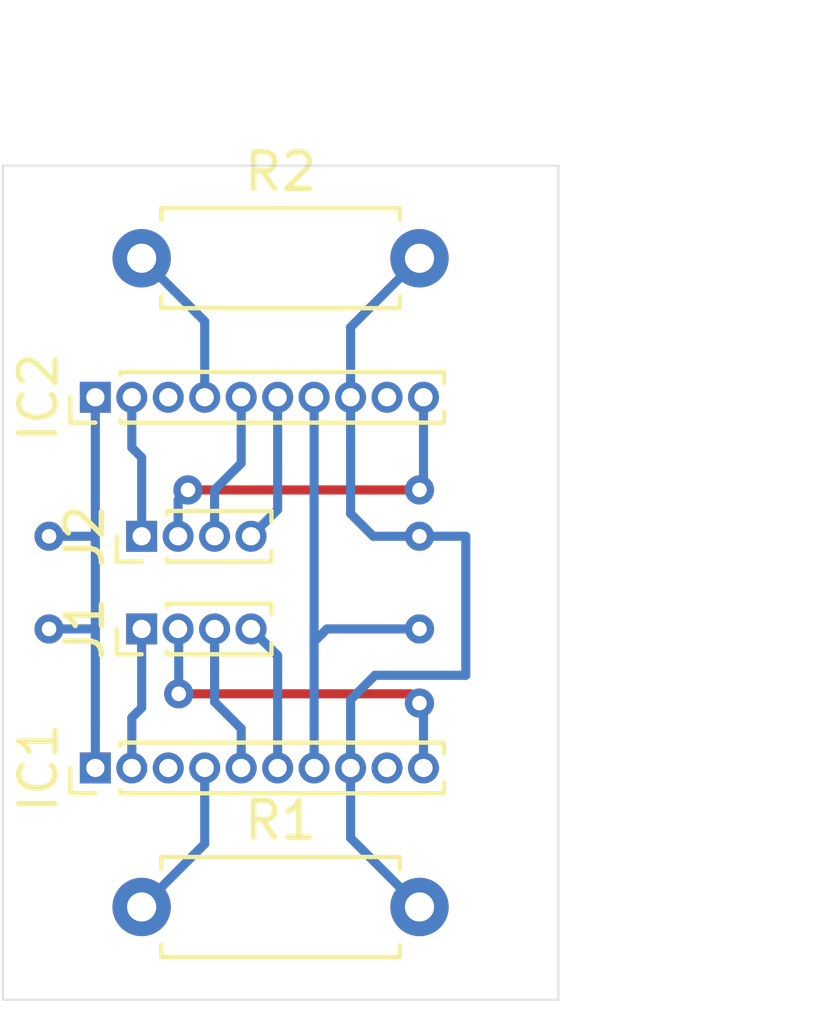
<source format=kicad_pcb>
(kicad_pcb (version 20171130) (host pcbnew "(5.1.4)-1")

  (general
    (thickness 1.6)
    (drawings 6)
    (tracks 66)
    (zones 0)
    (modules 6)
    (nets 17)
  )

  (page A4)
  (layers
    (0 F.Cu signal)
    (31 B.Cu signal)
    (32 B.Adhes user)
    (33 F.Adhes user)
    (34 B.Paste user)
    (35 F.Paste user)
    (36 B.SilkS user)
    (37 F.SilkS user)
    (38 B.Mask user)
    (39 F.Mask user)
    (40 Dwgs.User user)
    (41 Cmts.User user)
    (42 Eco1.User user)
    (43 Eco2.User user)
    (44 Edge.Cuts user)
    (45 Margin user)
    (46 B.CrtYd user)
    (47 F.CrtYd user)
    (48 B.Fab user)
    (49 F.Fab user)
  )

  (setup
    (last_trace_width 0.25)
    (user_trace_width 1.27)
    (trace_clearance 0.2)
    (zone_clearance 0.508)
    (zone_45_only no)
    (trace_min 0.2)
    (via_size 0.8)
    (via_drill 0.4)
    (via_min_size 0.4)
    (via_min_drill 0.3)
    (uvia_size 0.3)
    (uvia_drill 0.1)
    (uvias_allowed no)
    (uvia_min_size 0.2)
    (uvia_min_drill 0.1)
    (edge_width 0.05)
    (segment_width 0.2)
    (pcb_text_width 0.3)
    (pcb_text_size 1.5 1.5)
    (mod_edge_width 0.12)
    (mod_text_size 1 1)
    (mod_text_width 0.15)
    (pad_size 1.524 1.524)
    (pad_drill 0.762)
    (pad_to_mask_clearance 0.051)
    (solder_mask_min_width 0.25)
    (aux_axis_origin 0 0)
    (visible_elements 7FFFFFFF)
    (pcbplotparams
      (layerselection 0x010f0_ffffffff)
      (usegerberextensions false)
      (usegerberattributes false)
      (usegerberadvancedattributes false)
      (creategerberjobfile false)
      (excludeedgelayer true)
      (linewidth 0.100000)
      (plotframeref false)
      (viasonmask false)
      (mode 1)
      (useauxorigin false)
      (hpglpennumber 1)
      (hpglpenspeed 20)
      (hpglpendiameter 15.000000)
      (psnegative false)
      (psa4output false)
      (plotreference true)
      (plotvalue true)
      (plotinvisibletext false)
      (padsonsilk false)
      (subtractmaskfromsilk false)
      (outputformat 1)
      (mirror false)
      (drillshape 0)
      (scaleselection 1)
      (outputdirectory "PCB1107/"))
  )

  (net 0 "")
  (net 1 GND)
  (net 2 "Net-(IC1-Pad2)")
  (net 3 "Net-(IC1-Pad3)")
  (net 4 "Net-(IC1-Pad4)")
  (net 5 "Net-(IC1-Pad6)")
  (net 6 +3V3)
  (net 7 +5V)
  (net 8 "Net-(IC1-Pad9)")
  (net 9 "Net-(IC1-Pad10)")
  (net 10 "Net-(IC2-Pad10)")
  (net 11 "Net-(IC2-Pad9)")
  (net 12 "Net-(IC2-Pad6)")
  (net 13 "Net-(IC2-Pad5)")
  (net 14 "Net-(IC2-Pad4)")
  (net 15 "Net-(IC2-Pad3)")
  (net 16 "Net-(IC2-Pad2)")

  (net_class Default "これはデフォルトのネット クラスです。"
    (clearance 0.2)
    (trace_width 0.25)
    (via_dia 0.8)
    (via_drill 0.4)
    (uvia_dia 0.3)
    (uvia_drill 0.1)
    (add_net +3V3)
    (add_net +5V)
    (add_net GND)
    (add_net "Net-(IC1-Pad10)")
    (add_net "Net-(IC1-Pad2)")
    (add_net "Net-(IC1-Pad3)")
    (add_net "Net-(IC1-Pad4)")
    (add_net "Net-(IC1-Pad6)")
    (add_net "Net-(IC1-Pad9)")
    (add_net "Net-(IC2-Pad10)")
    (add_net "Net-(IC2-Pad2)")
    (add_net "Net-(IC2-Pad3)")
    (add_net "Net-(IC2-Pad4)")
    (add_net "Net-(IC2-Pad5)")
    (add_net "Net-(IC2-Pad6)")
    (add_net "Net-(IC2-Pad9)")
  )

  (module Connector_PinHeader_1.00mm:PinHeader_1x10_P1.00mm_Vertical (layer F.Cu) (tedit 59FED738) (tstamp 5DC1D8E7)
    (at 86.36 82.55 90)
    (descr "Through hole straight pin header, 1x10, 1.00mm pitch, single row")
    (tags "Through hole pin header THT 1x10 1.00mm single row")
    (path /5DC14FC4)
    (fp_text reference IC1 (at 0 -1.56 90) (layer F.SilkS)
      (effects (font (size 1 1) (thickness 0.15)))
    )
    (fp_text value "TA7291P(O)" (at 0 10.56 90) (layer F.Fab)
      (effects (font (size 1 1) (thickness 0.15)))
    )
    (fp_line (start -0.3175 -0.5) (end 0.635 -0.5) (layer F.Fab) (width 0.1))
    (fp_line (start 0.635 -0.5) (end 0.635 9.5) (layer F.Fab) (width 0.1))
    (fp_line (start 0.635 9.5) (end -0.635 9.5) (layer F.Fab) (width 0.1))
    (fp_line (start -0.635 9.5) (end -0.635 -0.1825) (layer F.Fab) (width 0.1))
    (fp_line (start -0.635 -0.1825) (end -0.3175 -0.5) (layer F.Fab) (width 0.1))
    (fp_line (start -0.695 9.56) (end -0.394493 9.56) (layer F.SilkS) (width 0.12))
    (fp_line (start 0.394493 9.56) (end 0.695 9.56) (layer F.SilkS) (width 0.12))
    (fp_line (start -0.695 0.685) (end -0.695 9.56) (layer F.SilkS) (width 0.12))
    (fp_line (start 0.695 0.685) (end 0.695 9.56) (layer F.SilkS) (width 0.12))
    (fp_line (start -0.695 0.685) (end -0.608276 0.685) (layer F.SilkS) (width 0.12))
    (fp_line (start 0.608276 0.685) (end 0.695 0.685) (layer F.SilkS) (width 0.12))
    (fp_line (start -0.695 0) (end -0.695 -0.685) (layer F.SilkS) (width 0.12))
    (fp_line (start -0.695 -0.685) (end 0 -0.685) (layer F.SilkS) (width 0.12))
    (fp_line (start -1.15 -1) (end -1.15 10) (layer F.CrtYd) (width 0.05))
    (fp_line (start -1.15 10) (end 1.15 10) (layer F.CrtYd) (width 0.05))
    (fp_line (start 1.15 10) (end 1.15 -1) (layer F.CrtYd) (width 0.05))
    (fp_line (start 1.15 -1) (end -1.15 -1) (layer F.CrtYd) (width 0.05))
    (fp_text user %R (at 0 4.5) (layer F.Fab)
      (effects (font (size 0.76 0.76) (thickness 0.114)))
    )
    (pad 1 thru_hole rect (at 0 0 90) (size 0.85 0.85) (drill 0.5) (layers *.Cu *.Mask)
      (net 1 GND))
    (pad 2 thru_hole oval (at 0 1 90) (size 0.85 0.85) (drill 0.5) (layers *.Cu *.Mask)
      (net 2 "Net-(IC1-Pad2)"))
    (pad 3 thru_hole oval (at 0 2 90) (size 0.85 0.85) (drill 0.5) (layers *.Cu *.Mask)
      (net 3 "Net-(IC1-Pad3)"))
    (pad 4 thru_hole oval (at 0 3 90) (size 0.85 0.85) (drill 0.5) (layers *.Cu *.Mask)
      (net 4 "Net-(IC1-Pad4)"))
    (pad 5 thru_hole oval (at 0 4 90) (size 0.85 0.85) (drill 0.5) (layers *.Cu *.Mask)
      (net 9 "Net-(IC1-Pad10)"))
    (pad 6 thru_hole oval (at 0 5 90) (size 0.85 0.85) (drill 0.5) (layers *.Cu *.Mask)
      (net 5 "Net-(IC1-Pad6)"))
    (pad 7 thru_hole oval (at 0 6 90) (size 0.85 0.85) (drill 0.5) (layers *.Cu *.Mask)
      (net 6 +3V3))
    (pad 8 thru_hole oval (at 0 7 90) (size 0.85 0.85) (drill 0.5) (layers *.Cu *.Mask)
      (net 7 +5V))
    (pad 9 thru_hole oval (at 0 8 90) (size 0.85 0.85) (drill 0.5) (layers *.Cu *.Mask)
      (net 8 "Net-(IC1-Pad9)"))
    (pad 10 thru_hole oval (at 0 9 90) (size 0.85 0.85) (drill 0.5) (layers *.Cu *.Mask)
      (net 9 "Net-(IC1-Pad10)"))
    (model ${KISYS3DMOD}/Connector_PinHeader_1.00mm.3dshapes/PinHeader_1x10_P1.00mm_Vertical.wrl
      (at (xyz 0 0 0))
      (scale (xyz 1 1 1))
      (rotate (xyz 0 0 0))
    )
  )

  (module Connector_PinHeader_1.00mm:PinHeader_1x10_P1.00mm_Vertical (layer F.Cu) (tedit 59FED738) (tstamp 5DC1DA13)
    (at 86.36 72.39 90)
    (descr "Through hole straight pin header, 1x10, 1.00mm pitch, single row")
    (tags "Through hole pin header THT 1x10 1.00mm single row")
    (path /5DC17B93)
    (fp_text reference IC2 (at 0 -1.56 90) (layer F.SilkS)
      (effects (font (size 1 1) (thickness 0.15)))
    )
    (fp_text value "TA7291P(O)" (at 0 10.56 90) (layer F.Fab)
      (effects (font (size 1 1) (thickness 0.15)))
    )
    (fp_text user %R (at 0 4.5) (layer F.Fab)
      (effects (font (size 0.76 0.76) (thickness 0.114)))
    )
    (fp_line (start 1.15 -1) (end -1.15 -1) (layer F.CrtYd) (width 0.05))
    (fp_line (start 1.15 10) (end 1.15 -1) (layer F.CrtYd) (width 0.05))
    (fp_line (start -1.15 10) (end 1.15 10) (layer F.CrtYd) (width 0.05))
    (fp_line (start -1.15 -1) (end -1.15 10) (layer F.CrtYd) (width 0.05))
    (fp_line (start -0.695 -0.685) (end 0 -0.685) (layer F.SilkS) (width 0.12))
    (fp_line (start -0.695 0) (end -0.695 -0.685) (layer F.SilkS) (width 0.12))
    (fp_line (start 0.608276 0.685) (end 0.695 0.685) (layer F.SilkS) (width 0.12))
    (fp_line (start -0.695 0.685) (end -0.608276 0.685) (layer F.SilkS) (width 0.12))
    (fp_line (start 0.695 0.685) (end 0.695 9.56) (layer F.SilkS) (width 0.12))
    (fp_line (start -0.695 0.685) (end -0.695 9.56) (layer F.SilkS) (width 0.12))
    (fp_line (start 0.394493 9.56) (end 0.695 9.56) (layer F.SilkS) (width 0.12))
    (fp_line (start -0.695 9.56) (end -0.394493 9.56) (layer F.SilkS) (width 0.12))
    (fp_line (start -0.635 -0.1825) (end -0.3175 -0.5) (layer F.Fab) (width 0.1))
    (fp_line (start -0.635 9.5) (end -0.635 -0.1825) (layer F.Fab) (width 0.1))
    (fp_line (start 0.635 9.5) (end -0.635 9.5) (layer F.Fab) (width 0.1))
    (fp_line (start 0.635 -0.5) (end 0.635 9.5) (layer F.Fab) (width 0.1))
    (fp_line (start -0.3175 -0.5) (end 0.635 -0.5) (layer F.Fab) (width 0.1))
    (pad 10 thru_hole oval (at 0 9 90) (size 0.85 0.85) (drill 0.5) (layers *.Cu *.Mask)
      (net 10 "Net-(IC2-Pad10)"))
    (pad 9 thru_hole oval (at 0 8 90) (size 0.85 0.85) (drill 0.5) (layers *.Cu *.Mask)
      (net 11 "Net-(IC2-Pad9)"))
    (pad 8 thru_hole oval (at 0 7 90) (size 0.85 0.85) (drill 0.5) (layers *.Cu *.Mask)
      (net 7 +5V))
    (pad 7 thru_hole oval (at 0 6 90) (size 0.85 0.85) (drill 0.5) (layers *.Cu *.Mask)
      (net 6 +3V3))
    (pad 6 thru_hole oval (at 0 5 90) (size 0.85 0.85) (drill 0.5) (layers *.Cu *.Mask)
      (net 12 "Net-(IC2-Pad6)"))
    (pad 5 thru_hole oval (at 0 4 90) (size 0.85 0.85) (drill 0.5) (layers *.Cu *.Mask)
      (net 13 "Net-(IC2-Pad5)"))
    (pad 4 thru_hole oval (at 0 3 90) (size 0.85 0.85) (drill 0.5) (layers *.Cu *.Mask)
      (net 14 "Net-(IC2-Pad4)"))
    (pad 3 thru_hole oval (at 0 2 90) (size 0.85 0.85) (drill 0.5) (layers *.Cu *.Mask)
      (net 15 "Net-(IC2-Pad3)"))
    (pad 2 thru_hole oval (at 0 1 90) (size 0.85 0.85) (drill 0.5) (layers *.Cu *.Mask)
      (net 16 "Net-(IC2-Pad2)"))
    (pad 1 thru_hole rect (at 0 0 90) (size 0.85 0.85) (drill 0.5) (layers *.Cu *.Mask)
      (net 1 GND))
    (model ${KISYS3DMOD}/Connector_PinHeader_1.00mm.3dshapes/PinHeader_1x10_P1.00mm_Vertical.wrl
      (at (xyz 0 0 0))
      (scale (xyz 1 1 1))
      (rotate (xyz 0 0 0))
    )
  )

  (module Connector_PinHeader_1.00mm:PinHeader_1x04_P1.00mm_Vertical (layer F.Cu) (tedit 59FED738) (tstamp 5DC1D980)
    (at 87.63 78.74 90)
    (descr "Through hole straight pin header, 1x04, 1.00mm pitch, single row")
    (tags "Through hole pin header THT 1x04 1.00mm single row")
    (path /5DC1E60A)
    (fp_text reference J1 (at 0 -1.56 90) (layer F.SilkS)
      (effects (font (size 1 1) (thickness 0.15)))
    )
    (fp_text value Conn_01x04_Female (at 0 4.56 90) (layer F.Fab)
      (effects (font (size 1 1) (thickness 0.15)))
    )
    (fp_line (start -0.3175 -0.5) (end 0.635 -0.5) (layer F.Fab) (width 0.1))
    (fp_line (start 0.635 -0.5) (end 0.635 3.5) (layer F.Fab) (width 0.1))
    (fp_line (start 0.635 3.5) (end -0.635 3.5) (layer F.Fab) (width 0.1))
    (fp_line (start -0.635 3.5) (end -0.635 -0.1825) (layer F.Fab) (width 0.1))
    (fp_line (start -0.635 -0.1825) (end -0.3175 -0.5) (layer F.Fab) (width 0.1))
    (fp_line (start -0.695 3.56) (end -0.394493 3.56) (layer F.SilkS) (width 0.12))
    (fp_line (start 0.394493 3.56) (end 0.695 3.56) (layer F.SilkS) (width 0.12))
    (fp_line (start -0.695 0.685) (end -0.695 3.56) (layer F.SilkS) (width 0.12))
    (fp_line (start 0.695 0.685) (end 0.695 3.56) (layer F.SilkS) (width 0.12))
    (fp_line (start -0.695 0.685) (end -0.608276 0.685) (layer F.SilkS) (width 0.12))
    (fp_line (start 0.608276 0.685) (end 0.695 0.685) (layer F.SilkS) (width 0.12))
    (fp_line (start -0.695 0) (end -0.695 -0.685) (layer F.SilkS) (width 0.12))
    (fp_line (start -0.695 -0.685) (end 0 -0.685) (layer F.SilkS) (width 0.12))
    (fp_line (start -1.15 -1) (end -1.15 4) (layer F.CrtYd) (width 0.05))
    (fp_line (start -1.15 4) (end 1.15 4) (layer F.CrtYd) (width 0.05))
    (fp_line (start 1.15 4) (end 1.15 -1) (layer F.CrtYd) (width 0.05))
    (fp_line (start 1.15 -1) (end -1.15 -1) (layer F.CrtYd) (width 0.05))
    (fp_text user %R (at 0 1.5) (layer F.Fab)
      (effects (font (size 0.76 0.76) (thickness 0.114)))
    )
    (pad 1 thru_hole rect (at 0 0 90) (size 0.85 0.85) (drill 0.5) (layers *.Cu *.Mask)
      (net 2 "Net-(IC1-Pad2)"))
    (pad 2 thru_hole oval (at 0 1 90) (size 0.85 0.85) (drill 0.5) (layers *.Cu *.Mask)
      (net 9 "Net-(IC1-Pad10)"))
    (pad 3 thru_hole oval (at 0 2 90) (size 0.85 0.85) (drill 0.5) (layers *.Cu *.Mask)
      (net 9 "Net-(IC1-Pad10)"))
    (pad 4 thru_hole oval (at 0 3 90) (size 0.85 0.85) (drill 0.5) (layers *.Cu *.Mask)
      (net 5 "Net-(IC1-Pad6)"))
    (model ${KISYS3DMOD}/Connector_PinHeader_1.00mm.3dshapes/PinHeader_1x04_P1.00mm_Vertical.wrl
      (at (xyz 0 0 0))
      (scale (xyz 1 1 1))
      (rotate (xyz 0 0 0))
    )
  )

  (module Connector_PinHeader_1.00mm:PinHeader_1x04_P1.00mm_Vertical (layer F.Cu) (tedit 59FED738) (tstamp 5DC1D896)
    (at 87.63 76.2 90)
    (descr "Through hole straight pin header, 1x04, 1.00mm pitch, single row")
    (tags "Through hole pin header THT 1x04 1.00mm single row")
    (path /5DC1F7E3)
    (fp_text reference J2 (at 0 -1.56 90) (layer F.SilkS)
      (effects (font (size 1 1) (thickness 0.15)))
    )
    (fp_text value Conn_01x04_Female (at 0 4.56 90) (layer F.Fab)
      (effects (font (size 1 1) (thickness 0.15)))
    )
    (fp_text user %R (at 0 1.5) (layer F.Fab)
      (effects (font (size 0.76 0.76) (thickness 0.114)))
    )
    (fp_line (start 1.15 -1) (end -1.15 -1) (layer F.CrtYd) (width 0.05))
    (fp_line (start 1.15 4) (end 1.15 -1) (layer F.CrtYd) (width 0.05))
    (fp_line (start -1.15 4) (end 1.15 4) (layer F.CrtYd) (width 0.05))
    (fp_line (start -1.15 -1) (end -1.15 4) (layer F.CrtYd) (width 0.05))
    (fp_line (start -0.695 -0.685) (end 0 -0.685) (layer F.SilkS) (width 0.12))
    (fp_line (start -0.695 0) (end -0.695 -0.685) (layer F.SilkS) (width 0.12))
    (fp_line (start 0.608276 0.685) (end 0.695 0.685) (layer F.SilkS) (width 0.12))
    (fp_line (start -0.695 0.685) (end -0.608276 0.685) (layer F.SilkS) (width 0.12))
    (fp_line (start 0.695 0.685) (end 0.695 3.56) (layer F.SilkS) (width 0.12))
    (fp_line (start -0.695 0.685) (end -0.695 3.56) (layer F.SilkS) (width 0.12))
    (fp_line (start 0.394493 3.56) (end 0.695 3.56) (layer F.SilkS) (width 0.12))
    (fp_line (start -0.695 3.56) (end -0.394493 3.56) (layer F.SilkS) (width 0.12))
    (fp_line (start -0.635 -0.1825) (end -0.3175 -0.5) (layer F.Fab) (width 0.1))
    (fp_line (start -0.635 3.5) (end -0.635 -0.1825) (layer F.Fab) (width 0.1))
    (fp_line (start 0.635 3.5) (end -0.635 3.5) (layer F.Fab) (width 0.1))
    (fp_line (start 0.635 -0.5) (end 0.635 3.5) (layer F.Fab) (width 0.1))
    (fp_line (start -0.3175 -0.5) (end 0.635 -0.5) (layer F.Fab) (width 0.1))
    (pad 4 thru_hole oval (at 0 3 90) (size 0.85 0.85) (drill 0.5) (layers *.Cu *.Mask)
      (net 12 "Net-(IC2-Pad6)"))
    (pad 3 thru_hole oval (at 0 2 90) (size 0.85 0.85) (drill 0.5) (layers *.Cu *.Mask)
      (net 13 "Net-(IC2-Pad5)"))
    (pad 2 thru_hole oval (at 0 1 90) (size 0.85 0.85) (drill 0.5) (layers *.Cu *.Mask)
      (net 10 "Net-(IC2-Pad10)"))
    (pad 1 thru_hole rect (at 0 0 90) (size 0.85 0.85) (drill 0.5) (layers *.Cu *.Mask)
      (net 16 "Net-(IC2-Pad2)"))
    (model ${KISYS3DMOD}/Connector_PinHeader_1.00mm.3dshapes/PinHeader_1x04_P1.00mm_Vertical.wrl
      (at (xyz 0 0 0))
      (scale (xyz 1 1 1))
      (rotate (xyz 0 0 0))
    )
  )

  (module Resistor_THT:R_Axial_DIN0207_L6.3mm_D2.5mm_P7.62mm_Horizontal (layer F.Cu) (tedit 5AE5139B) (tstamp 5DC1D93B)
    (at 87.63 86.36)
    (descr "Resistor, Axial_DIN0207 series, Axial, Horizontal, pin pitch=7.62mm, 0.25W = 1/4W, length*diameter=6.3*2.5mm^2, http://cdn-reichelt.de/documents/datenblatt/B400/1_4W%23YAG.pdf")
    (tags "Resistor Axial_DIN0207 series Axial Horizontal pin pitch 7.62mm 0.25W = 1/4W length 6.3mm diameter 2.5mm")
    (path /5DC3719C)
    (fp_text reference R1 (at 3.81 -2.37) (layer F.SilkS)
      (effects (font (size 1 1) (thickness 0.15)))
    )
    (fp_text value 3kΩ (at 3.81 2.37) (layer F.Fab)
      (effects (font (size 1 1) (thickness 0.15)))
    )
    (fp_line (start 0.66 -1.25) (end 0.66 1.25) (layer F.Fab) (width 0.1))
    (fp_line (start 0.66 1.25) (end 6.96 1.25) (layer F.Fab) (width 0.1))
    (fp_line (start 6.96 1.25) (end 6.96 -1.25) (layer F.Fab) (width 0.1))
    (fp_line (start 6.96 -1.25) (end 0.66 -1.25) (layer F.Fab) (width 0.1))
    (fp_line (start 0 0) (end 0.66 0) (layer F.Fab) (width 0.1))
    (fp_line (start 7.62 0) (end 6.96 0) (layer F.Fab) (width 0.1))
    (fp_line (start 0.54 -1.04) (end 0.54 -1.37) (layer F.SilkS) (width 0.12))
    (fp_line (start 0.54 -1.37) (end 7.08 -1.37) (layer F.SilkS) (width 0.12))
    (fp_line (start 7.08 -1.37) (end 7.08 -1.04) (layer F.SilkS) (width 0.12))
    (fp_line (start 0.54 1.04) (end 0.54 1.37) (layer F.SilkS) (width 0.12))
    (fp_line (start 0.54 1.37) (end 7.08 1.37) (layer F.SilkS) (width 0.12))
    (fp_line (start 7.08 1.37) (end 7.08 1.04) (layer F.SilkS) (width 0.12))
    (fp_line (start -1.05 -1.5) (end -1.05 1.5) (layer F.CrtYd) (width 0.05))
    (fp_line (start -1.05 1.5) (end 8.67 1.5) (layer F.CrtYd) (width 0.05))
    (fp_line (start 8.67 1.5) (end 8.67 -1.5) (layer F.CrtYd) (width 0.05))
    (fp_line (start 8.67 -1.5) (end -1.05 -1.5) (layer F.CrtYd) (width 0.05))
    (fp_text user %R (at 3.81 0) (layer F.Fab)
      (effects (font (size 1 1) (thickness 0.15)))
    )
    (pad 1 thru_hole circle (at 0 0) (size 1.6 1.6) (drill 0.8) (layers *.Cu *.Mask)
      (net 4 "Net-(IC1-Pad4)"))
    (pad 2 thru_hole oval (at 7.62 0) (size 1.6 1.6) (drill 0.8) (layers *.Cu *.Mask)
      (net 7 +5V))
    (model ${KISYS3DMOD}/Resistor_THT.3dshapes/R_Axial_DIN0207_L6.3mm_D2.5mm_P7.62mm_Horizontal.wrl
      (at (xyz 0 0 0))
      (scale (xyz 1 1 1))
      (rotate (xyz 0 0 0))
    )
  )

  (module Resistor_THT:R_Axial_DIN0207_L6.3mm_D2.5mm_P7.62mm_Horizontal (layer F.Cu) (tedit 5AE5139B) (tstamp 5DC1D9C8)
    (at 87.63 68.58)
    (descr "Resistor, Axial_DIN0207 series, Axial, Horizontal, pin pitch=7.62mm, 0.25W = 1/4W, length*diameter=6.3*2.5mm^2, http://cdn-reichelt.de/documents/datenblatt/B400/1_4W%23YAG.pdf")
    (tags "Resistor Axial_DIN0207 series Axial Horizontal pin pitch 7.62mm 0.25W = 1/4W length 6.3mm diameter 2.5mm")
    (path /5DC37B71)
    (fp_text reference R2 (at 3.81 -2.37) (layer F.SilkS)
      (effects (font (size 1 1) (thickness 0.15)))
    )
    (fp_text value 3kΩ (at 3.81 2.37) (layer F.Fab)
      (effects (font (size 1 1) (thickness 0.15)))
    )
    (fp_line (start 0.66 -1.25) (end 0.66 1.25) (layer F.Fab) (width 0.1))
    (fp_line (start 0.66 1.25) (end 6.96 1.25) (layer F.Fab) (width 0.1))
    (fp_line (start 6.96 1.25) (end 6.96 -1.25) (layer F.Fab) (width 0.1))
    (fp_line (start 6.96 -1.25) (end 0.66 -1.25) (layer F.Fab) (width 0.1))
    (fp_line (start 0 0) (end 0.66 0) (layer F.Fab) (width 0.1))
    (fp_line (start 7.62 0) (end 6.96 0) (layer F.Fab) (width 0.1))
    (fp_line (start 0.54 -1.04) (end 0.54 -1.37) (layer F.SilkS) (width 0.12))
    (fp_line (start 0.54 -1.37) (end 7.08 -1.37) (layer F.SilkS) (width 0.12))
    (fp_line (start 7.08 -1.37) (end 7.08 -1.04) (layer F.SilkS) (width 0.12))
    (fp_line (start 0.54 1.04) (end 0.54 1.37) (layer F.SilkS) (width 0.12))
    (fp_line (start 0.54 1.37) (end 7.08 1.37) (layer F.SilkS) (width 0.12))
    (fp_line (start 7.08 1.37) (end 7.08 1.04) (layer F.SilkS) (width 0.12))
    (fp_line (start -1.05 -1.5) (end -1.05 1.5) (layer F.CrtYd) (width 0.05))
    (fp_line (start -1.05 1.5) (end 8.67 1.5) (layer F.CrtYd) (width 0.05))
    (fp_line (start 8.67 1.5) (end 8.67 -1.5) (layer F.CrtYd) (width 0.05))
    (fp_line (start 8.67 -1.5) (end -1.05 -1.5) (layer F.CrtYd) (width 0.05))
    (fp_text user %R (at 3.81 0) (layer F.Fab)
      (effects (font (size 1 1) (thickness 0.15)))
    )
    (pad 1 thru_hole circle (at 0 0) (size 1.6 1.6) (drill 0.8) (layers *.Cu *.Mask)
      (net 14 "Net-(IC2-Pad4)"))
    (pad 2 thru_hole oval (at 7.62 0) (size 1.6 1.6) (drill 0.8) (layers *.Cu *.Mask)
      (net 7 +5V))
    (model ${KISYS3DMOD}/Resistor_THT.3dshapes/R_Axial_DIN0207_L6.3mm_D2.5mm_P7.62mm_Horizontal.wrl
      (at (xyz 0 0 0))
      (scale (xyz 1 1 1))
      (rotate (xyz 0 0 0))
    )
  )

  (dimension 15.24 (width 0.15) (layer Eco1.User)
    (gr_text "15.240 mm" (at 91.44 62.2) (layer Eco1.User)
      (effects (font (size 1 1) (thickness 0.15)))
    )
    (feature1 (pts (xy 99.06 66.04) (xy 99.06 62.913579)))
    (feature2 (pts (xy 83.82 66.04) (xy 83.82 62.913579)))
    (crossbar (pts (xy 83.82 63.5) (xy 99.06 63.5)))
    (arrow1a (pts (xy 99.06 63.5) (xy 97.933496 64.086421)))
    (arrow1b (pts (xy 99.06 63.5) (xy 97.933496 62.913579)))
    (arrow2a (pts (xy 83.82 63.5) (xy 84.946504 64.086421)))
    (arrow2b (pts (xy 83.82 63.5) (xy 84.946504 62.913579)))
  )
  (dimension 22.86 (width 0.15) (layer Eco1.User)
    (gr_text "22.860 mm" (at 105.44 77.47 270) (layer Eco1.User)
      (effects (font (size 1 1) (thickness 0.15)))
    )
    (feature1 (pts (xy 99.06 88.9) (xy 104.726421 88.9)))
    (feature2 (pts (xy 99.06 66.04) (xy 104.726421 66.04)))
    (crossbar (pts (xy 104.14 66.04) (xy 104.14 88.9)))
    (arrow1a (pts (xy 104.14 88.9) (xy 103.553579 87.773496)))
    (arrow1b (pts (xy 104.14 88.9) (xy 104.726421 87.773496)))
    (arrow2a (pts (xy 104.14 66.04) (xy 103.553579 67.166504)))
    (arrow2b (pts (xy 104.14 66.04) (xy 104.726421 67.166504)))
  )
  (gr_line (start 83.82 88.9) (end 99.06 88.9) (layer Edge.Cuts) (width 0.05) (tstamp 5DC1E13D))
  (gr_line (start 83.82 66.04) (end 83.82 88.9) (layer Edge.Cuts) (width 0.05))
  (gr_line (start 99.06 66.04) (end 83.82 66.04) (layer Edge.Cuts) (width 0.05))
  (gr_line (start 99.06 88.9) (end 99.06 66.04) (layer Edge.Cuts) (width 0.05))

  (via (at 88.646 80.518) (size 0.8) (drill 0.4) (layers F.Cu B.Cu) (net 9))
  (via (at 95.25 80.772) (size 0.8) (drill 0.4) (layers F.Cu B.Cu) (net 9))
  (segment (start 94.996 80.518) (end 95.25 80.772) (width 0.25) (layer F.Cu) (net 9))
  (segment (start 88.646 80.518) (end 94.996 80.518) (width 0.25) (layer F.Cu) (net 9))
  (via (at 88.9 74.93) (size 0.8) (drill 0.4) (layers F.Cu B.Cu) (net 10) (tstamp 5DC3EC63))
  (via (at 85.09 76.2) (size 0.8) (drill 0.4) (layers F.Cu B.Cu) (net 1))
  (via (at 85.09 78.74) (size 0.8) (drill 0.4) (layers F.Cu B.Cu) (net 1))
  (segment (start 85.09 76.2) (end 86.36 76.2) (width 0.25) (layer B.Cu) (net 1))
  (segment (start 85.09 78.74) (end 86.36 78.74) (width 0.25) (layer B.Cu) (net 1))
  (segment (start 86.36 81.28) (end 86.36 72.39) (width 0.25) (layer B.Cu) (net 1))
  (segment (start 86.36 82.55) (end 86.36 81.28) (width 0.25) (layer B.Cu) (net 1))
  (segment (start 87.63 80.899998) (end 87.36 81.169998) (width 0.25) (layer B.Cu) (net 2))
  (segment (start 87.63 78.74) (end 87.63 80.899998) (width 0.25) (layer B.Cu) (net 2))
  (segment (start 87.36 82.55) (end 87.36 81.169998) (width 0.25) (layer B.Cu) (net 2))
  (segment (start 89.36 84.63) (end 87.63 86.36) (width 0.25) (layer B.Cu) (net 4))
  (segment (start 89.36 82.55) (end 89.36 84.63) (width 0.25) (layer B.Cu) (net 4))
  (segment (start 90.63 78.74) (end 91.36 79.47) (width 0.25) (layer B.Cu) (net 5))
  (segment (start 91.36 82.55) (end 91.36 81.2) (width 0.25) (layer B.Cu) (net 5))
  (segment (start 91.36 79.47) (end 91.36 81.2) (width 0.25) (layer B.Cu) (net 5))
  (segment (start 91.36 81.2) (end 91.36 81.28) (width 0.25) (layer B.Cu) (net 5))
  (via (at 95.25 78.74) (size 0.8) (drill 0.4) (layers F.Cu B.Cu) (net 6))
  (segment (start 92.36 79.09) (end 92.36 81.28) (width 0.25) (layer B.Cu) (net 6))
  (segment (start 92.36 72.74) (end 92.36 72.39) (width 0.25) (layer B.Cu) (net 6))
  (segment (start 92.36 79.09) (end 92.36 72.74) (width 0.25) (layer B.Cu) (net 6))
  (segment (start 92.36 82.55) (end 92.36 81.28) (width 0.25) (layer B.Cu) (net 6))
  (segment (start 92.71 78.74) (end 92.36 79.09) (width 0.25) (layer B.Cu) (net 6))
  (segment (start 95.25 78.74) (end 92.71 78.74) (width 0.25) (layer B.Cu) (net 6))
  (via (at 95.25 76.2) (size 0.8) (drill 0.4) (layers F.Cu B.Cu) (net 7))
  (segment (start 93.36 70.47) (end 95.25 68.58) (width 0.25) (layer B.Cu) (net 7))
  (segment (start 93.36 84.47) (end 95.25 86.36) (width 0.25) (layer B.Cu) (net 7))
  (segment (start 93.36 73.66) (end 93.36 75.58) (width 0.25) (layer B.Cu) (net 7))
  (segment (start 93.36 75.58) (end 93.98 76.2) (width 0.25) (layer B.Cu) (net 7))
  (segment (start 93.36 73.66) (end 93.36 72.39) (width 0.25) (layer B.Cu) (net 7))
  (segment (start 93.36 70.47) (end 93.36 72.39) (width 0.25) (layer B.Cu) (net 7))
  (segment (start 93.36 82.55) (end 93.36 84.47) (width 0.25) (layer B.Cu) (net 7))
  (segment (start 95.25 76.2) (end 93.98 76.2) (width 0.25) (layer B.Cu) (net 7))
  (segment (start 96.52 76.2) (end 95.25 76.2) (width 0.25) (layer B.Cu) (net 7))
  (segment (start 96.52 80.01) (end 96.52 76.2) (width 0.25) (layer B.Cu) (net 7))
  (segment (start 94.02896 80.01) (end 96.52 80.01) (width 0.25) (layer B.Cu) (net 7))
  (segment (start 93.36 82.55) (end 93.36 80.67896) (width 0.25) (layer B.Cu) (net 7))
  (segment (start 93.36 80.67896) (end 94.02896 80.01) (width 0.25) (layer B.Cu) (net 7))
  (segment (start 90.36 82.55) (end 90.36 81.47) (width 0.25) (layer B.Cu) (net 9))
  (segment (start 89.63 80.74) (end 89.63 78.74) (width 0.25) (layer B.Cu) (net 9))
  (segment (start 90.36 81.47) (end 89.63 80.74) (width 0.25) (layer B.Cu) (net 9))
  (segment (start 95.36 80.882) (end 95.25 80.772) (width 0.25) (layer B.Cu) (net 9))
  (segment (start 95.36 82.55) (end 95.36 80.882) (width 0.25) (layer B.Cu) (net 9))
  (segment (start 88.646 78.756) (end 88.63 78.74) (width 0.25) (layer B.Cu) (net 9))
  (segment (start 88.646 80.518) (end 88.646 78.756) (width 0.25) (layer B.Cu) (net 9))
  (via (at 95.25 74.93) (size 0.8) (drill 0.4) (layers F.Cu B.Cu) (net 10))
  (segment (start 95.36 74.82) (end 95.25 74.93) (width 0.25) (layer B.Cu) (net 10))
  (segment (start 95.36 72.39) (end 95.36 74.82) (width 0.25) (layer B.Cu) (net 10))
  (segment (start 88.63 75.2) (end 88.9 74.93) (width 0.25) (layer B.Cu) (net 10))
  (segment (start 88.63 76.2) (end 88.63 75.2) (width 0.25) (layer B.Cu) (net 10))
  (segment (start 88.9 74.93) (end 95.25 74.93) (width 0.25) (layer F.Cu) (net 10))
  (segment (start 91.36 75.47) (end 91.36 73.66) (width 0.25) (layer B.Cu) (net 12))
  (segment (start 90.63 76.2) (end 91.36 75.47) (width 0.25) (layer B.Cu) (net 12))
  (segment (start 91.36 73.66) (end 91.36 72.39) (width 0.25) (layer B.Cu) (net 12))
  (segment (start 89.63 74.93) (end 89.63 76.2) (width 0.25) (layer B.Cu) (net 13))
  (segment (start 90.36 74.2) (end 89.63 74.93) (width 0.25) (layer B.Cu) (net 13))
  (segment (start 90.36 72.39) (end 90.36 74.2) (width 0.25) (layer B.Cu) (net 13))
  (segment (start 89.36 70.31) (end 89.36 72.39) (width 0.25) (layer B.Cu) (net 14))
  (segment (start 87.63 68.58) (end 89.36 70.31) (width 0.25) (layer B.Cu) (net 14))
  (segment (start 87.63 74.040002) (end 87.36 73.770002) (width 0.25) (layer B.Cu) (net 16))
  (segment (start 87.63 76.2) (end 87.63 74.040002) (width 0.25) (layer B.Cu) (net 16))
  (segment (start 87.36 72.66) (end 87.36 72.39) (width 0.25) (layer B.Cu) (net 16))
  (segment (start 87.36 73.770002) (end 87.36 72.66) (width 0.25) (layer B.Cu) (net 16))

)

</source>
